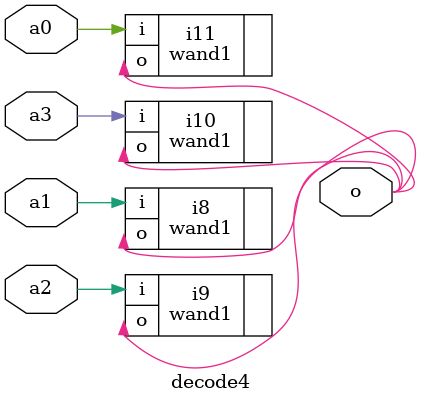
<source format=v>

module decode4 (o, a0, a1, a2, a3 );
// generated by Concept HDL Direct Version 2.0 03-Mar-95
// on Mon Mar  6 07:39:07 1995
// from /usr1/mnt2/dori/9502.rcs/libV/xm4000/decode4/logic

  parameter init = 0;
  parameter size = 0;

  output  o;
  input  a0;
  input  a1;
  input  a2;
  input  a3;


// begin instances 

  drawing i7  ();

  wand1 i8  (.i(a1),
	.o(o));
  defparam i8.size = 1;

  wand1 i9  (.i(a2),
	.o(o));
  defparam i9.size = 1;

  wand1 i10  (.i(a3),
	.o(o));
  defparam i10.size = 1;

  wand1 i11  (.i(a0),
	.o(o));
  defparam i11.size = 1;

endmodule // decode4(logic) 

</source>
